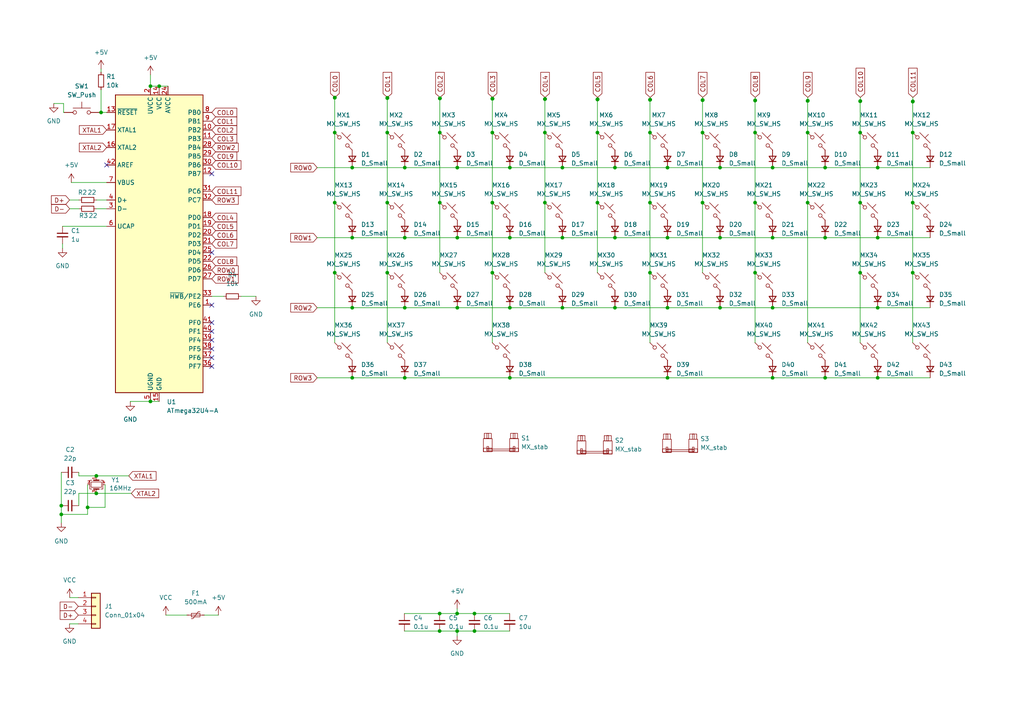
<source format=kicad_sch>
(kicad_sch (version 20230121) (generator eeschema)
  (paper "A4")
  (junction (at 264.7188 29.464))
  (junction (at 142.8496 28.6004))
  (junction (at 137.6172 177.9524))
  (junction (at 142.7988 28.6512))
  (junction (at 249.4788 79.0956))
  (junction (at 102.1588 48.6156))
  (junction (at 188.5188 28.956))
  (junction (at 117.3988 48.6156))
  (junction (at 234.2388 58.7756))
  (junction (at 193.5988 89.2556))
  (junction (at 97.0788 28.3464))
  (junction (at 43.6372 24.9936))
  (junction (at 173.2788 38.4556))
  (junction (at 127.5588 38.4556))
  (junction (at 254.5588 89.2556))
  (junction (at 117.3988 68.9356))
  (junction (at 203.7588 29.0576))
  (junction (at 239.3188 109.5756))
  (junction (at 102.1588 89.2556))
  (junction (at 43.6372 116.4336))
  (junction (at 97.0788 58.7756))
  (junction (at 132.6388 89.2556))
  (junction (at 178.3588 48.6156))
  (junction (at 112.3696 28.3972))
  (junction (at 264.7696 29.4132))
  (junction (at 224.0788 109.5756))
  (junction (at 264.7188 58.7756))
  (junction (at 203.7588 58.7756))
  (junction (at 224.0788 68.9356))
  (junction (at 102.1588 109.5756))
  (junction (at 254.5588 48.6156))
  (junction (at 97.1296 28.2956))
  (junction (at 25.4 147.1676))
  (junction (at 208.8388 89.2556))
  (junction (at 249.4788 58.7756))
  (junction (at 147.8788 109.5756))
  (junction (at 127.508 177.9524))
  (junction (at 163.1188 48.6156))
  (junction (at 193.5988 48.6156))
  (junction (at 218.9988 38.4556))
  (junction (at 249.4788 38.4556))
  (junction (at 117.3988 109.5756))
  (junction (at 208.8388 48.6156))
  (junction (at 97.0788 38.4556))
  (junction (at 117.3988 89.2556))
  (junction (at 158.0896 28.702))
  (junction (at 112.3188 79.0956))
  (junction (at 158.0388 58.7756))
  (junction (at 147.8788 89.2556))
  (junction (at 193.5988 68.9356))
  (junction (at 234.2388 38.4556))
  (junction (at 147.8788 48.6156))
  (junction (at 264.7188 38.4556))
  (junction (at 224.0788 89.2556))
  (junction (at 158.0388 38.4556))
  (junction (at 264.7188 79.0956))
  (junction (at 127.508 183.0324))
  (junction (at 188.5188 79.0956))
  (junction (at 29.3116 32.6136))
  (junction (at 224.0788 48.6156))
  (junction (at 132.6388 48.6156))
  (junction (at 249.5296 29.3116))
  (junction (at 178.3588 68.9356))
  (junction (at 163.1188 68.9356))
  (junction (at 254.5588 109.5756))
  (junction (at 46.1772 24.9936))
  (junction (at 193.5988 109.5756))
  (junction (at 234.2388 29.2608))
  (junction (at 178.3588 89.2556))
  (junction (at 219.0496 29.1084))
  (junction (at 239.3188 48.6156))
  (junction (at 17.78 146.6596))
  (junction (at 132.588 177.9524))
  (junction (at 127.5588 58.7756))
  (junction (at 97.0788 79.0956))
  (junction (at 132.6388 68.9356))
  (junction (at 112.3188 28.448))
  (junction (at 142.7988 58.7756))
  (junction (at 17.78 149.1996))
  (junction (at 158.0388 28.7528))
  (junction (at 102.1588 68.9356))
  (junction (at 112.3188 38.4556))
  (junction (at 173.3296 28.8036))
  (junction (at 188.5188 58.7756))
  (junction (at 127.5588 28.5496))
  (junction (at 27.94 138.0236))
  (junction (at 218.9988 79.0956))
  (junction (at 249.4788 29.3624))
  (junction (at 173.2788 28.8544))
  (junction (at 142.7988 79.0956))
  (junction (at 173.2788 58.7756))
  (junction (at 234.2896 29.21))
  (junction (at 188.5188 38.4556))
  (junction (at 27.94 143.1036))
  (junction (at 127.6096 28.4988))
  (junction (at 218.9988 58.7756))
  (junction (at 142.7988 38.4556))
  (junction (at 218.9988 29.1592))
  (junction (at 163.1188 89.2556))
  (junction (at 147.8788 68.9356))
  (junction (at 137.6172 183.0324))
  (junction (at 203.8096 29.0068))
  (junction (at 203.7588 38.4556))
  (junction (at 132.588 183.0324))
  (junction (at 188.5696 28.9052))
  (junction (at 254.5588 68.9356))
  (junction (at 112.3188 58.7756))
  (junction (at 239.3188 68.9356))
  (junction (at 208.8388 68.9356))
  (no_connect (at 61.4172 50.3936))
  (no_connect (at 61.4172 93.5736))
  (no_connect (at 61.4172 98.6536))
  (no_connect (at 61.4172 73.2536))
  (no_connect (at 61.4172 103.7336))
  (no_connect (at 61.4172 106.2736))
  (no_connect (at 61.4172 96.1136))
  (no_connect (at 61.4172 88.4936))
  (no_connect (at 61.4172 101.1936))
  (no_connect (at 30.9372 47.8536))
  (wire (pts (xy 188.5696 28.9052) (xy 188.5188 28.9052)))
  (wire (pts (xy 234.2388 29.21) (xy 234.2388 29.2608)))
  (wire (pts (xy 97.1296 28.2448) (xy 97.1296 28.2956)))
  (wire (pts (xy 158.0388 28.7528) (xy 158.0388 38.4556)))
  (wire (pts (xy 219.0496 29.1084) (xy 219.0496 29.1592)))
  (wire (pts (xy 249.5296 29.3624) (xy 249.4788 29.3624)))
  (wire (pts (xy 203.8096 29.0068) (xy 203.7588 29.0068)))
  (wire (pts (xy 234.2896 29.21) (xy 234.2388 29.21)))
  (wire (pts (xy 264.7188 58.7756) (xy 264.7188 79.0956)))
  (wire (pts (xy 173.2788 28.8544) (xy 173.2788 38.4556)))
  (wire (pts (xy 239.3188 68.9356) (xy 254.5588 68.9356)))
  (wire (pts (xy 46.1772 116.4336) (xy 43.6372 116.4336)))
  (wire (pts (xy 132.6388 89.2556) (xy 147.8788 89.2556)))
  (wire (pts (xy 102.1588 109.5756) (xy 117.3988 109.5756)))
  (wire (pts (xy 249.4788 29.3116) (xy 249.4788 29.3624)))
  (wire (pts (xy 203.8096 29.0576) (xy 203.7588 29.0576)))
  (wire (pts (xy 173.3296 28.2448) (xy 173.3296 28.8036)))
  (wire (pts (xy 142.8496 28.6004) (xy 142.8496 28.6512)))
  (wire (pts (xy 25.4 147.1676) (xy 25.4 149.1996)))
  (wire (pts (xy 173.2788 28.8036) (xy 173.2788 28.8544)))
  (wire (pts (xy 264.7188 29.464) (xy 264.7188 38.4556)))
  (wire (pts (xy 142.8496 28.6004) (xy 142.7988 28.6004)))
  (wire (pts (xy 97.1296 28.2956) (xy 97.1296 28.3464)))
  (wire (pts (xy 249.4788 38.4556) (xy 249.4788 58.7756)))
  (wire (pts (xy 97.1296 28.2956) (xy 97.0788 28.2956)))
  (wire (pts (xy 127.5588 38.4556) (xy 127.5588 58.7756)))
  (wire (pts (xy 158.0896 28.702) (xy 158.0388 28.702)))
  (wire (pts (xy 117.3988 109.5756) (xy 147.8788 109.5756)))
  (wire (pts (xy 147.8788 48.6156) (xy 163.1188 48.6156)))
  (wire (pts (xy 208.8388 68.9356) (xy 224.0788 68.9356)))
  (wire (pts (xy 178.3588 89.2556) (xy 193.5988 89.2556)))
  (wire (pts (xy 163.1188 89.2556) (xy 178.3588 89.2556)))
  (wire (pts (xy 27.9908 58.0136) (xy 30.9372 58.0136)))
  (wire (pts (xy 158.0896 28.702) (xy 158.0896 28.7528)))
  (wire (pts (xy 203.8096 28.2448) (xy 203.8096 29.0068)))
  (wire (pts (xy 142.8496 28.6512) (xy 142.7988 28.6512)))
  (wire (pts (xy 254.5588 89.2556) (xy 269.7988 89.2556)))
  (wire (pts (xy 127.5588 28.4988) (xy 127.5588 28.5496)))
  (wire (pts (xy 234.2896 29.2608) (xy 234.2388 29.2608)))
  (wire (pts (xy 127.5588 58.7756) (xy 127.5588 79.0956)))
  (wire (pts (xy 264.7696 28.2448) (xy 264.7696 29.4132)))
  (wire (pts (xy 25.4 149.1996) (xy 17.78 149.1996)))
  (wire (pts (xy 132.6388 68.9356) (xy 147.8788 68.9356)))
  (wire (pts (xy 43.6372 21.6916) (xy 43.6372 24.9936)))
  (wire (pts (xy 203.7588 29.0068) (xy 203.7588 29.0576)))
  (wire (pts (xy 97.0788 28.3464) (xy 97.0788 38.4556)))
  (wire (pts (xy 20.1676 58.0136) (xy 22.9108 58.0136)))
  (wire (pts (xy 218.9988 58.7756) (xy 218.9988 79.0956)))
  (wire (pts (xy 46.1772 24.9936) (xy 48.7172 24.9936)))
  (wire (pts (xy 249.4788 58.7756) (xy 249.4788 79.0956)))
  (wire (pts (xy 249.5296 28.2448) (xy 249.5296 29.3116)))
  (wire (pts (xy 91.9988 109.5756) (xy 102.1588 109.5756)))
  (wire (pts (xy 97.0788 38.4556) (xy 97.0788 58.7756)))
  (wire (pts (xy 117.2972 183.0324) (xy 127.508 183.0324)))
  (wire (pts (xy 254.5588 68.9356) (xy 269.7988 68.9356)))
  (wire (pts (xy 20.6756 52.9336) (xy 30.9372 52.9336)))
  (wire (pts (xy 91.9988 89.2556) (xy 102.1588 89.2556)))
  (wire (pts (xy 18.4404 30.0228) (xy 18.4404 32.6136)))
  (wire (pts (xy 158.0388 58.7756) (xy 158.0388 79.0956)))
  (wire (pts (xy 112.3696 28.2448) (xy 112.3696 28.3972)))
  (wire (pts (xy 28.8036 32.6136) (xy 29.3116 32.6136)))
  (wire (pts (xy 127.508 177.9524) (xy 132.588 177.9524)))
  (wire (pts (xy 112.3188 58.7756) (xy 112.3188 79.0956)))
  (wire (pts (xy 127.6096 28.5496) (xy 127.5588 28.5496)))
  (wire (pts (xy 127.6096 28.4988) (xy 127.5588 28.4988)))
  (wire (pts (xy 234.2388 58.7756) (xy 234.2388 99.4156)))
  (wire (pts (xy 127.5588 28.5496) (xy 127.5588 38.4556)))
  (wire (pts (xy 158.0896 28.7528) (xy 158.0388 28.7528)))
  (wire (pts (xy 20.2184 60.5536) (xy 22.9108 60.5536)))
  (wire (pts (xy 20.1676 180.9496) (xy 22.7076 180.9496)))
  (wire (pts (xy 147.8788 68.9356) (xy 163.1188 68.9356)))
  (wire (pts (xy 193.5988 68.9356) (xy 208.8388 68.9356)))
  (wire (pts (xy 112.3188 28.448) (xy 112.3188 38.4556)))
  (wire (pts (xy 37.338 138.0236) (xy 27.94 138.0236)))
  (wire (pts (xy 188.5696 28.9052) (xy 188.5696 28.956)))
  (wire (pts (xy 188.5696 28.2448) (xy 188.5696 28.9052)))
  (wire (pts (xy 178.3588 48.6156) (xy 193.5988 48.6156)))
  (wire (pts (xy 27.94 138.0236) (xy 22.86 138.0236)))
  (wire (pts (xy 193.5988 48.6156) (xy 208.8388 48.6156)))
  (wire (pts (xy 22.86 138.0236) (xy 22.86 137.0076)))
  (wire (pts (xy 208.8388 48.6156) (xy 224.0788 48.6156)))
  (wire (pts (xy 218.9988 29.1084) (xy 218.9988 29.1592)))
  (wire (pts (xy 18.1356 72.0344) (xy 18.1356 70.7136)))
  (wire (pts (xy 147.8788 109.5756) (xy 193.5988 109.5756)))
  (wire (pts (xy 132.588 177.9524) (xy 137.6172 177.9524)))
  (wire (pts (xy 137.6172 177.9524) (xy 147.828 177.9524)))
  (wire (pts (xy 203.7588 58.7756) (xy 203.7588 79.0956)))
  (wire (pts (xy 254.5588 109.5756) (xy 269.7988 109.5756)))
  (wire (pts (xy 64.8462 85.9536) (xy 61.4172 85.9536)))
  (wire (pts (xy 173.3296 28.8036) (xy 173.3296 28.8544)))
  (wire (pts (xy 193.5988 109.5756) (xy 224.0788 109.5756)))
  (wire (pts (xy 74.2442 85.9536) (xy 69.9262 85.9536)))
  (wire (pts (xy 249.4788 79.0956) (xy 249.4788 99.4156)))
  (wire (pts (xy 132.6388 48.6156) (xy 147.8788 48.6156)))
  (wire (pts (xy 102.1588 89.2556) (xy 117.3988 89.2556)))
  (wire (pts (xy 264.7696 29.4132) (xy 264.7696 29.464)))
  (wire (pts (xy 142.8496 28.2448) (xy 142.8496 28.6004)))
  (wire (pts (xy 224.0788 68.9356) (xy 239.3188 68.9356)))
  (wire (pts (xy 188.5696 28.956) (xy 188.5188 28.956)))
  (wire (pts (xy 97.0788 28.2956) (xy 97.0788 28.3464)))
  (wire (pts (xy 30.48 147.1676) (xy 25.4 147.1676)))
  (wire (pts (xy 142.7988 38.4556) (xy 142.7988 58.7756)))
  (wire (pts (xy 173.3296 28.8036) (xy 173.2788 28.8036)))
  (wire (pts (xy 17.78 151.638) (xy 17.78 149.1996)))
  (wire (pts (xy 219.0496 29.1592) (xy 218.9988 29.1592)))
  (wire (pts (xy 264.7188 29.4132) (xy 264.7188 29.464)))
  (wire (pts (xy 142.7988 58.7756) (xy 142.7988 79.0956)))
  (wire (pts (xy 112.3696 28.3972) (xy 112.3696 28.448)))
  (wire (pts (xy 112.3188 79.0956) (xy 112.3188 99.4156)))
  (wire (pts (xy 188.5188 58.7756) (xy 188.5188 79.0956)))
  (wire (pts (xy 178.3588 68.9356) (xy 193.5988 68.9356)))
  (wire (pts (xy 142.7988 28.6512) (xy 142.7988 38.4556)))
  (wire (pts (xy 117.3988 89.2556) (xy 132.6388 89.2556)))
  (wire (pts (xy 117.2972 177.9524) (xy 127.508 177.9524)))
  (wire (pts (xy 97.0788 79.0956) (xy 97.0788 99.4156)))
  (wire (pts (xy 188.5188 38.4556) (xy 188.5188 58.7756)))
  (wire (pts (xy 224.0788 48.6156) (xy 239.3188 48.6156)))
  (wire (pts (xy 43.6372 116.4336) (xy 37.7952 116.4336)))
  (wire (pts (xy 264.7696 29.464) (xy 264.7188 29.464)))
  (wire (pts (xy 91.9988 48.6156) (xy 102.1588 48.6156)))
  (wire (pts (xy 163.1188 48.6156) (xy 178.3588 48.6156)))
  (wire (pts (xy 27.94 143.1036) (xy 22.86 143.1036)))
  (wire (pts (xy 203.8096 29.0068) (xy 203.8096 29.0576)))
  (wire (pts (xy 142.7988 28.6004) (xy 142.7988 28.6512)))
  (wire (pts (xy 142.7988 79.0956) (xy 142.7988 99.4156)))
  (wire (pts (xy 264.7188 38.4556) (xy 264.7188 58.7756)))
  (wire (pts (xy 218.9988 29.1592) (xy 218.9988 38.4556)))
  (wire (pts (xy 218.9988 38.4556) (xy 218.9988 58.7756)))
  (wire (pts (xy 25.4 140.5636) (xy 25.4 147.1676)))
  (wire (pts (xy 173.2788 38.4556) (xy 173.2788 58.7756)))
  (wire (pts (xy 173.2788 58.7756) (xy 173.2788 79.0956)))
  (wire (pts (xy 30.48 140.5636) (xy 30.48 147.1676)))
  (wire (pts (xy 219.0496 29.1084) (xy 218.9988 29.1084)))
  (wire (pts (xy 97.0788 58.7756) (xy 97.0788 79.0956)))
  (wire (pts (xy 234.2388 29.2608) (xy 234.2388 38.4556)))
  (wire (pts (xy 17.78 137.0076) (xy 17.78 146.6596)))
  (wire (pts (xy 112.3188 38.4556) (xy 112.3188 58.7756)))
  (wire (pts (xy 219.0496 28.2448) (xy 219.0496 29.1084)))
  (wire (pts (xy 117.3988 68.9356) (xy 132.6388 68.9356)))
  (wire (pts (xy 18.4404 32.6136) (xy 18.6436 32.6136)))
  (wire (pts (xy 63.3476 178.4096) (xy 59.2836 178.4096)))
  (wire (pts (xy 173.3296 28.8544) (xy 173.2788 28.8544)))
  (wire (pts (xy 239.3188 109.5756) (xy 254.5588 109.5756)))
  (wire (pts (xy 163.1188 68.9356) (xy 178.3588 68.9356)))
  (wire (pts (xy 234.2896 29.21) (xy 234.2896 29.2608)))
  (wire (pts (xy 132.588 184.4548) (xy 132.588 183.0324)))
  (wire (pts (xy 27.9908 60.5536) (xy 30.9372 60.5536)))
  (wire (pts (xy 188.5188 28.9052) (xy 188.5188 28.956)))
  (wire (pts (xy 224.0788 109.5756) (xy 239.3188 109.5756)))
  (wire (pts (xy 137.6172 183.0324) (xy 147.828 183.0324)))
  (wire (pts (xy 37.7952 116.4336) (xy 37.7952 116.5606)))
  (wire (pts (xy 158.0388 28.702) (xy 158.0388 28.7528)))
  (wire (pts (xy 20.2184 173.3296) (xy 22.7076 173.3296)))
  (wire (pts (xy 218.9988 79.0956) (xy 218.9988 99.4156)))
  (wire (pts (xy 112.3696 28.448) (xy 112.3188 28.448)))
  (wire (pts (xy 193.5988 89.2556) (xy 208.8388 89.2556)))
  (wire (pts (xy 147.8788 89.2556) (xy 163.1188 89.2556)))
  (wire (pts (xy 158.0896 28.2448) (xy 158.0896 28.702)))
  (wire (pts (xy 112.3696 28.3972) (xy 112.3188 28.3972)))
  (wire (pts (xy 249.5296 29.3116) (xy 249.5296 29.3624)))
  (wire (pts (xy 54.2036 178.4096) (xy 48.1076 178.4096)))
  (wire (pts (xy 22.86 143.1036) (xy 22.86 146.6596)))
  (wire (pts (xy 127.6096 28.2448) (xy 127.6096 28.4988)))
  (wire (pts (xy 234.2896 28.2448) (xy 234.2896 29.21)))
  (wire (pts (xy 29.3116 26.0096) (xy 29.3116 32.6136)))
  (wire (pts (xy 203.7588 29.0576) (xy 203.7588 38.4556)))
  (wire (pts (xy 29.3116 32.6136) (xy 30.9372 32.6136)))
  (wire (pts (xy 254.5588 48.6156) (xy 269.7988 48.6156)))
  (wire (pts (xy 17.78 149.1996) (xy 17.78 146.6596)))
  (wire (pts (xy 127.508 183.0324) (xy 132.588 183.0324)))
  (wire (pts (xy 249.4788 29.3624) (xy 249.4788 38.4556)))
  (wire (pts (xy 249.5296 29.3116) (xy 249.4788 29.3116)))
  (wire (pts (xy 102.1588 68.9356) (xy 117.3988 68.9356)))
  (wire (pts (xy 29.3116 20.0152) (xy 29.3116 20.9296)))
  (wire (pts (xy 127.6096 28.4988) (xy 127.6096 28.5496)))
  (wire (pts (xy 239.3188 48.6156) (xy 254.5588 48.6156)))
  (wire (pts (xy 132.588 183.0324) (xy 137.6172 183.0324)))
  (wire (pts (xy 117.3988 48.6156) (xy 132.6388 48.6156)))
  (wire (pts (xy 43.6372 24.9936) (xy 46.1772 24.9936)))
  (wire (pts (xy 234.2388 38.4556) (xy 234.2388 58.7756)))
  (wire (pts (xy 132.588 176.53) (xy 132.588 177.9524)))
  (wire (pts (xy 18.1356 65.6336) (xy 30.9372 65.6336)))
  (wire (pts (xy 158.0388 38.4556) (xy 158.0388 58.7756)))
  (wire (pts (xy 208.8388 89.2556) (xy 224.0788 89.2556)))
  (wire (pts (xy 112.3188 28.3972) (xy 112.3188 28.448)))
  (wire (pts (xy 224.0788 89.2556) (xy 254.5588 89.2556)))
  (wire (pts (xy 97.1296 28.3464) (xy 97.0788 28.3464)))
  (wire (pts (xy 102.1588 48.6156) (xy 117.3988 48.6156)))
  (wire (pts (xy 38.1 143.1036) (xy 27.94 143.1036)))
  (wire (pts (xy 188.5188 79.0956) (xy 188.5188 99.4156)))
  (wire (pts (xy 188.5188 28.956) (xy 188.5188 38.4556)))
  (wire (pts (xy 264.7696 29.4132) (xy 264.7188 29.4132)))
  (wire (pts (xy 264.7188 79.0956) (xy 264.7188 99.4156)))
  (wire (pts (xy 15.5956 30.0228) (xy 18.4404 30.0228)))
  (wire (pts (xy 203.7588 38.4556) (xy 203.7588 58.7756)))
  (wire (pts (xy 91.9988 68.9356) (xy 102.1588 68.9356)))
  (global_label "COL3" (shape input) (at 142.8496 28.2448 90) (property "Intersheetrefs" "${INTERSHEET_REFS}" (effects hide)))
  (global_label "COL0" (shape input) (at 97.1296 28.2448 90) (property "Intersheetrefs" "${INTERSHEET_REFS}" (effects hide)))
  (global_label "ROW3" (shape input) (at 91.9988 109.5756 180) (property "Intersheetrefs" "${INTERSHEET_REFS}" (effects hide)))
  (global_label "COL11" (shape input) (at 264.7696 28.2448 90) (property "Intersheetrefs" "${INTERSHEET_REFS}" (effects hide)))
  (global_label "COL9" (shape input) (at 61.4172 45.3136 0) (property "Intersheetrefs" "${INTERSHEET_REFS}" (effects hide)))
  (global_label "XTAL2" (shape input) (at 38.1 143.1036 0) (property "Intersheetrefs" "${INTERSHEET_REFS}" (effects hide)))
  (global_label "COL8" (shape input) (at 219.0496 28.2448 90) (property "Intersheetrefs" "${INTERSHEET_REFS}" (effects hide)))
  (global_label "COL2" (shape input) (at 127.6096 28.2448 90) (property "Intersheetrefs" "${INTERSHEET_REFS}" (effects hide)))
  (global_label "D+" (shape input) (at 20.1676 58.0136 180) (property "Intersheetrefs" "${INTERSHEET_REFS}" (effects hide)))
  (global_label "COL8" (shape input) (at 61.4172 75.7936 0) (property "Intersheetrefs" "${INTERSHEET_REFS}" (effects hide)))
  (global_label "COL9" (shape input) (at 234.2896 28.2448 90) (property "Intersheetrefs" "${INTERSHEET_REFS}" (effects hide)))
  (global_label "COL7" (shape input) (at 203.8096 28.2448 90) (property "Intersheetrefs" "${INTERSHEET_REFS}" (effects hide)))
  (global_label "ROW1" (shape input) (at 61.4172 80.8736 0) (property "Intersheetrefs" "${INTERSHEET_REFS}" (effects hide)))
  (global_label "D+" (shape input) (at 22.7076 178.4096 180) (property "Intersheetrefs" "${INTERSHEET_REFS}" (effects hide)))
  (global_label "ROW2" (shape input) (at 61.4172 42.7736 0) (property "Intersheetrefs" "${INTERSHEET_REFS}" (effects hide)))
  (global_label "COL10" (shape input) (at 61.4172 47.8536 0) (property "Intersheetrefs" "${INTERSHEET_REFS}" (effects hide)))
  (global_label "COL0" (shape input) (at 61.4172 32.6136 0) (property "Intersheetrefs" "${INTERSHEET_REFS}" (effects hide)))
  (global_label "COL3" (shape input) (at 61.4172 40.2336 0) (property "Intersheetrefs" "${INTERSHEET_REFS}" (effects hide)))
  (global_label "COL5" (shape input) (at 173.3296 28.2448 90) (property "Intersheetrefs" "${INTERSHEET_REFS}" (effects hide)))
  (global_label "COL11" (shape input) (at 61.4172 55.4736 0) (property "Intersheetrefs" "${INTERSHEET_REFS}" (effects hide)))
  (global_label "COL4" (shape input) (at 158.0896 28.2448 90) (property "Intersheetrefs" "${INTERSHEET_REFS}" (effects hide)))
  (global_label "COL10" (shape input) (at 249.5296 28.2448 90) (property "Intersheetrefs" "${INTERSHEET_REFS}" (effects hide)))
  (global_label "D-" (shape input) (at 20.2184 60.5536 180) (property "Intersheetrefs" "${INTERSHEET_REFS}" (effects hide)))
  (global_label "ROW2" (shape input) (at 91.9988 89.2556 180) (property "Intersheetrefs" "${INTERSHEET_REFS}" (effects hide)))
  (global_label "COL6" (shape input) (at 61.4172 68.1736 0) (property "Intersheetrefs" "${INTERSHEET_REFS}" (effects hide)))
  (global_label "XTAL2" (shape input) (at 30.9372 42.7736 180) (property "Intersheetrefs" "${INTERSHEET_REFS}" (effects hide)))
  (global_label "ROW0" (shape input) (at 61.4172 78.3336 0) (property "Intersheetrefs" "${INTERSHEET_REFS}" (effects hide)))
  (global_label "COL4" (shape input) (at 61.4172 63.0936 0) (property "Intersheetrefs" "${INTERSHEET_REFS}" (effects hide)))
  (global_label "COL2" (shape input) (at 61.4172 37.6936 0) (property "Intersheetrefs" "${INTERSHEET_REFS}" (effects hide)))
  (global_label "COL1" (shape input) (at 112.3696 28.2448 90) (property "Intersheetrefs" "${INTERSHEET_REFS}" (effects hide)))
  (global_label "COL5" (shape input) (at 61.4172 65.6336 0) (property "Intersheetrefs" "${INTERSHEET_REFS}" (effects hide)))
  (global_label "XTAL1" (shape input) (at 37.338 138.0236 0) (property "Intersheetrefs" "${INTERSHEET_REFS}" (effects hide)))
  (global_label "XTAL1" (shape input) (at 30.9372 37.6936 180) (property "Intersheetrefs" "${INTERSHEET_REFS}" (effects hide)))
  (global_label "ROW1" (shape input) (at 91.9988 68.9356 180) (property "Intersheetrefs" "${INTERSHEET_REFS}" (effects hide)))
  (global_label "D-" (shape input) (at 22.7076 175.8696 180) (property "Intersheetrefs" "${INTERSHEET_REFS}" (effects hide)))
  (global_label "COL6" (shape input) (at 188.5696 28.2448 90) (property "Intersheetrefs" "${INTERSHEET_REFS}" (effects hide)))
  (global_label "ROW0" (shape input) (at 91.9988 48.6156 180) (property "Intersheetrefs" "${INTERSHEET_REFS}" (effects hide)))
  (global_label "ROW3" (shape input) (at 61.4172 58.0136 0) (property "Intersheetrefs" "${INTERSHEET_REFS}" (effects hide)))
  (global_label "COL7" (shape input) (at 61.4172 70.7136 0) (property "Intersheetrefs" "${INTERSHEET_REFS}" (effects hide)))
  (global_label "COL1" (shape input) (at 61.4172 35.1536 0) (property "Intersheetrefs" "${INTERSHEET_REFS}" (effects hide)))
  (symbol (lib_id "Device:D_Small") (at 208.8388 86.7156 90) (unit 1)
    (property "Reference" "D32" (at 211.3788 85.4456 90) (effects (justify right)))
    (property "Value" "D_Small" (at 211.3788 87.9856 90) (effects (justify right)))
    (property "Footprint" "Diode_SMD:D_SOD-123" (effects hide))
    (property "Sim.Device" "D" (effects hide))
    (property "Sim.Pins" "1=K 2=A" (effects hide))
  )
  (symbol (lib_id "PCM_marbastlib-mx:MX_SW_HS") (at 267.2588 101.9556 0) (unit 1)
    (property "Reference" "MX43" (at 267.2588 94.3356 0))
    (property "Value" "MX_SW_HS" (at 267.2588 96.8756 0))
    (property "Footprint" "PCM_marbastlib-mx:SW_MX_HS_1u" (effects hide))
  )
  (symbol (lib_id "power:GND") (at 18.1356 72.0344 0) (unit 1)
    (property "Reference" "#PWR05" (effects hide))
    (property "Value" "GND" (at 18.1356 77.1144 0))
  )
  (symbol (lib_id "Device:C_Small") (at 20.32 146.6596 90) (unit 1)
    (property "Reference" "C3" (at 20.3263 140.0556 90))
    (property "Value" "22p" (at 20.3263 142.5956 90))
    (property "Footprint" "Capacitor_SMD:C_0805_2012Metric" (effects hide))
  )
  (symbol (lib_id "Device:D_Small") (at 193.5988 86.7156 90) (unit 1)
    (property "Reference" "D31" (at 196.1388 85.4456 90) (effects (justify right)))
    (property "Value" "D_Small" (at 196.1388 87.9856 90) (effects (justify right)))
    (property "Footprint" "Diode_SMD:D_SOD-123" (effects hide))
    (property "Sim.Device" "D" (effects hide))
    (property "Sim.Pins" "1=K 2=A" (effects hide))
  )
  (symbol (lib_id "PCM_marbastlib-mx:MX_stab") (at 172.466 129.1336 0) (unit 1)
    (property "Reference" "S2" (at 178.308 127.7366 0) (effects (justify left)))
    (property "Value" "MX_stab" (at 178.308 130.2766 0) (effects (justify left)))
    (property "Footprint" "PCM_marbastlib-mx:STAB_MX_P_2.75u" (effects hide))
  )
  (symbol (lib_id "PCM_marbastlib-mx:MX_SW_HS") (at 114.8588 81.6356 0) (unit 1)
    (property "Reference" "MX26" (at 114.8588 74.0156 0))
    (property "Value" "MX_SW_HS" (at 114.8588 76.5556 0))
    (property "Footprint" "PCM_marbastlib-mx:SW_MX_HS_1u" (effects hide))
  )
  (symbol (lib_id "Device:D_Small") (at 239.3188 107.0356 90) (unit 1)
    (property "Reference" "D41" (at 241.8588 105.7656 90) (effects (justify right)))
    (property "Value" "D_Small" (at 241.8588 108.3056 90) (effects (justify right)))
    (property "Footprint" "Diode_SMD:D_SOD-123" (effects hide))
    (property "Sim.Device" "D" (effects hide))
    (property "Sim.Pins" "1=K 2=A" (effects hide))
  )
  (symbol (lib_id "PCM_marbastlib-mx:MX_SW_HS") (at 145.3388 81.6356 0) (unit 1)
    (property "Reference" "MX28" (at 145.3388 74.0156 0))
    (property "Value" "MX_SW_HS" (at 145.3388 76.5556 0))
    (property "Footprint" "PCM_marbastlib-mx:SW_MX_HS_1u" (effects hide))
  )
  (symbol (lib_id "PCM_marbastlib-mx:MX_SW_HS") (at 206.2988 40.9956 0) (unit 1)
    (property "Reference" "MX8" (at 206.2988 33.3756 0))
    (property "Value" "MX_SW_HS" (at 206.2988 35.9156 0))
    (property "Footprint" "PCM_marbastlib-mx:SW_MX_HS_1u" (effects hide))
  )
  (symbol (lib_id "PCM_marbastlib-mx:MX_SW_HS") (at 99.6188 61.3156 0) (unit 1)
    (property "Reference" "MX13" (at 99.6188 53.6956 0))
    (property "Value" "MX_SW_HS" (at 99.6188 56.2356 0))
    (property "Footprint" "PCM_marbastlib-mx:SW_MX_HS_1.25u" (effects hide))
  )
  (symbol (lib_id "Device:C_Small") (at 117.2972 180.4924 0) (unit 1)
    (property "Reference" "C4" (at 119.888 179.2287 0) (effects (justify left)))
    (property "Value" "0.1u" (at 119.888 181.7687 0) (effects (justify left)))
    (property "Footprint" "Capacitor_SMD:C_0805_2012Metric" (effects hide))
  )
  (symbol (lib_id "Device:D_Small") (at 102.1588 86.7156 90) (unit 1)
    (property "Reference" "D25" (at 104.6988 85.4456 90) (effects (justify right)))
    (property "Value" "D_Small" (at 104.6988 87.9856 90) (effects (justify right)))
    (property "Footprint" "Diode_SMD:D_SOD-123" (effects hide))
    (property "Sim.Device" "D" (effects hide))
    (property "Sim.Pins" "1=K 2=A" (effects hide))
  )
  (symbol (lib_id "power:GND") (at 17.78 151.638 0) (unit 1)
    (property "Reference" "#PWR08" (effects hide))
    (property "Value" "GND" (at 17.78 156.972 0))
  )
  (symbol (lib_id "Device:Polyfuse_Small") (at 56.7436 178.4096 90) (unit 1)
    (property "Reference" "F1" (at 56.7436 172.0596 90))
    (property "Value" "500mA" (at 56.7436 174.5996 90))
    (property "Footprint" "Fuse:Fuse_1206_3216Metric" (effects hide))
  )
  (symbol (lib_id "PCM_marbastlib-mx:MX_SW_HS") (at 221.5388 40.9956 0) (unit 1)
    (property "Reference" "MX9" (at 221.5388 33.3756 0))
    (property "Value" "MX_SW_HS" (at 221.5388 35.9156 0))
    (property "Footprint" "PCM_marbastlib-mx:SW_MX_HS_1u" (effects hide))
  )
  (symbol (lib_id "PCM_marbastlib-mx:MX_SW_HS") (at 145.3388 40.9956 0) (unit 1)
    (property "Reference" "MX4" (at 145.3388 33.3756 0))
    (property "Value" "MX_SW_HS" (at 145.3388 35.9156 0))
    (property "Footprint" "PCM_marbastlib-mx:SW_MX_HS_1u" (effects hide))
  )
  (symbol (lib_id "PCM_marbastlib-mx:MX_SW_HS") (at 206.2988 61.3156 0) (unit 1)
    (property "Reference" "MX20" (at 206.2988 53.6956 0))
    (property "Value" "MX_SW_HS" (at 206.2988 56.2356 0))
    (property "Footprint" "PCM_marbastlib-mx:SW_MX_HS_1u" (effects hide))
  )
  (symbol (lib_id "MCU_Microchip_ATmega:ATmega32U4-A") (at 46.1772 70.7136 0) (unit 1)
    (property "Reference" "U1" (at 48.3713 116.5606 0) (effects (justify left)))
    (property "Value" "ATmega32U4-A" (at 48.3713 119.1006 0) (effects (justify left)))
    (property "Footprint" "Package_QFP:TQFP-44_10x10mm_P0.8mm" (effects hide))
    (property "Datasheet" "http://ww1.microchip.com/downloads/en/DeviceDoc/Atmel-7766-8-bit-AVR-ATmega16U4-32U4_Datasheet.pdf" (effects hide))
  )
  (symbol (lib_id "Device:R_Small") (at 25.4508 58.0136 90) (unit 1)
    (property "Reference" "R2" (at 23.9268 55.8038 90))
    (property "Value" "22" (at 26.67 55.8038 90))
    (property "Footprint" "Resistor_SMD:R_0805_2012Metric" (effects hide))
  )
  (symbol (lib_id "PCM_marbastlib-mx:MX_SW_HS") (at 145.3388 101.9556 0) (unit 1)
    (property "Reference" "MX38" (at 145.3388 94.3356 0))
    (property "Value" "MX_SW_HS" (at 145.3388 96.8756 0))
    (property "Footprint" "PCM_marbastlib-mx:SW_MX_HS_1u" (effects hide))
  )
  (symbol (lib_id "power:GND") (at 132.588 184.4548 0) (unit 1)
    (property "Reference" "#PWR014" (effects hide))
    (property "Value" "GND" (at 132.588 189.5348 0))
  )
  (symbol (lib_id "PCM_marbastlib-mx:MX_SW_HS") (at 206.2988 81.6356 0) (unit 1)
    (property "Reference" "MX32" (at 206.2988 74.0156 0))
    (property "Value" "MX_SW_HS" (at 206.2988 76.5556 0))
    (property "Footprint" "PCM_marbastlib-mx:SW_MX_HS_1u" (effects hide))
  )
  (symbol (lib_id "Device:D_Small") (at 178.3588 46.0756 90) (unit 1)
    (property "Reference" "D6" (at 180.8988 44.8056 90) (effects (justify right)))
    (property "Value" "D_Small" (at 180.8988 47.3456 90) (effects (justify right)))
    (property "Footprint" "Diode_SMD:D_SOD-123" (effects hide))
    (property "Sim.Device" "D" (effects hide))
    (property "Sim.Pins" "1=K 2=A" (effects hide))
  )
  (symbol (lib_id "power:+5V") (at 20.6756 52.9336 0) (unit 1)
    (property "Reference" "#PWR04" (effects hide))
    (property "Value" "+5V" (at 20.6756 47.8536 0))
  )
  (symbol (lib_id "Device:C_Small") (at 147.828 180.4924 0) (unit 1)
    (property "Reference" "C7" (at 150.4188 179.2287 0) (effects (justify left)))
    (property "Value" "10u" (at 150.4188 181.7687 0) (effects (justify left)))
    (property "Footprint" "Capacitor_SMD:C_0805_2012Metric" (effects hide))
  )
  (symbol (lib_id "PCM_marbastlib-mx:MX_SW_HS") (at 114.8588 101.9556 0) (unit 1)
    (property "Reference" "MX37" (at 114.8588 94.3356 0))
    (property "Value" "MX_SW_HS" (at 114.8588 96.8756 0))
    (property "Footprint" "PCM_marbastlib-mx:SW_MX_HS_1.25u" (effects hide))
  )
  (symbol (lib_id "Device:R_Small") (at 29.3116 23.4696 0) (unit 1)
    (property "Reference" "R1" (at 30.8356 22.1996 0) (effects (justify left)))
    (property "Value" "10k" (at 30.8356 24.7396 0) (effects (justify left)))
    (property "Footprint" "Resistor_SMD:R_0805_2012Metric" (effects hide))
  )
  (symbol (lib_id "PCM_marbastlib-mx:MX_SW_HS") (at 252.0188 81.6356 0) (unit 1)
    (property "Reference" "MX34" (at 252.0188 74.0156 0))
    (property "Value" "MX_SW_HS" (at 252.0188 76.5556 0))
    (property "Footprint" "PCM_marbastlib-mx:SW_MX_HS_1u" (effects hide))
  )
  (symbol (lib_id "PCM_marbastlib-mx:MX_SW_HS") (at 221.5388 61.3156 0) (unit 1)
    (property "Reference" "MX21" (at 221.5388 53.6956 0))
    (property "Value" "MX_SW_HS" (at 221.5388 56.2356 0))
    (property "Footprint" "PCM_marbastlib-mx:SW_MX_HS_1u" (effects hide))
  )
  (symbol (lib_id "Switch:SW_Push") (at 23.7236 32.6136 0) (mirror y) (unit 1)
    (property "Reference" "SW1" (at 23.7236 24.9936 0))
    (property "Value" "SW_Push" (at 23.7236 27.5336 0))
    (property "Footprint" "Button_Switch_SMD:SW_SPST_TL3342" (effects hide))
  )
  (symbol (lib_id "Device:D_Small") (at 254.5588 86.7156 90) (unit 1)
    (property "Reference" "D34" (at 257.0988 85.4456 90) (effects (justify right)))
    (property "Value" "D_Small" (at 257.0988 87.9856 90) (effects (justify right)))
    (property "Footprint" "Diode_SMD:D_SOD-123" (effects hide))
    (property "Sim.Device" "D" (effects hide))
    (property "Sim.Pins" "1=K 2=A" (effects hide))
  )
  (symbol (lib_id "Device:D_Small") (at 239.3188 66.3956 90) (unit 1)
    (property "Reference" "D22" (at 241.8588 65.1256 90) (effects (justify right)))
    (property "Value" "D_Small" (at 241.8588 67.6656 90) (effects (justify right)))
    (property "Footprint" "Diode_SMD:D_SOD-123" (effects hide))
    (property "Sim.Device" "D" (effects hide))
    (property "Sim.Pins" "1=K 2=A" (effects hide))
  )
  (symbol (lib_id "PCM_marbastlib-mx:MX_stab") (at 197.2564 128.6764 0) (unit 1)
    (property "Reference" "S3" (at 203.0984 127.2794 0) (effects (justify left)))
    (property "Value" "MX_stab" (at 203.0984 129.8194 0) (effects (justify left)))
    (property "Footprint" "PCM_marbastlib-mx:STAB_MX_P_ISO-ROT" (effects hide))
  )
  (symbol (lib_id "Device:D_Small") (at 163.1188 66.3956 90) (unit 1)
    (property "Reference" "D17" (at 165.6588 65.1256 90) (effects (justify right)))
    (property "Value" "D_Small" (at 165.6588 67.6656 90) (effects (justify right)))
    (property "Footprint" "Diode_SMD:D_SOD-123" (effects hide))
    (property "Sim.Device" "D" (effects hide))
    (property "Sim.Pins" "1=K 2=A" (effects hide))
  )
  (symbol (lib_id "Device:D_Small") (at 132.6388 46.0756 90) (unit 1)
    (property "Reference" "D3" (at 135.1788 44.8056 90) (effects (justify right)))
    (property "Value" "D_Small" (at 135.1788 47.3456 90) (effects (justify right)))
    (property "Footprint" "Diode_SMD:D_SOD-123" (effects hide))
    (property "Sim.Device" "D" (effects hide))
    (property "Sim.Pins" "1=K 2=A" (effects hide))
  )
  (symbol (lib_id "Device:D_Small") (at 269.7988 107.0356 90) (unit 1)
    (property "Reference" "D43" (at 272.3388 105.7656 90) (effects (justify right)))
    (property "Value" "D_Small" (at 272.3388 108.3056 90) (effects (justify right)))
    (property "Footprint" "Diode_SMD:D_SOD-123" (effects hide))
    (property "Sim.Device" "D" (effects hide))
    (property "Sim.Pins" "1=K 2=A" (effects hide))
  )
  (symbol (lib_id "PCM_marbastlib-mx:MX_SW_HS") (at 130.0988 81.6356 0) (unit 1)
    (property "Reference" "MX27" (at 130.0988 74.0156 0))
    (property "Value" "MX_SW_HS" (at 130.0988 76.5556 0))
    (property "Footprint" "PCM_marbastlib-mx:SW_MX_HS_1u" (effects hide))
  )
  (symbol (lib_id "Connector_Generic:Conn_01x04") (at 27.7876 175.8696 0) (unit 1)
    (property "Reference" "J1" (at 30.3276 175.8696 0) (effects (justify left)))
    (property "Value" "Conn_01x04" (at 30.3276 178.4096 0) (effects (justify left)))
    (property "Footprint" "Connector_JST:JST_SH_SM04B-SRSS-TB_1x04-1MP_P1.00mm_Horizontal" (effects hide))
  )
  (symbol (lib_id "Device:D_Small") (at 254.5588 107.0356 90) (unit 1)
    (property "Reference" "D42" (at 257.0988 105.7656 90) (effects (justify right)))
    (property "Value" "D_Small" (at 257.0988 108.3056 90) (effects (justify right)))
    (property "Footprint" "Diode_SMD:D_SOD-123" (effects hide))
    (property "Sim.Device" "D" (effects hide))
    (property "Sim.Pins" "1=K 2=A" (effects hide))
  )
  (symbol (lib_id "Device:D_Small") (at 224.0788 86.7156 90) (unit 1)
    (property "Reference" "D33" (at 226.6188 85.4456 90) (effects (justify right)))
    (property "Value" "D_Small" (at 226.6188 87.9856 90) (effects (justify right)))
    (property "Footprint" "Diode_SMD:D_SOD-123" (effects hide))
    (property "Sim.Device" "D" (effects hide))
    (property "Sim.Pins" "1=K 2=A" (effects hide))
  )
  (symbol (lib_id "Device:D_Small") (at 178.3588 86.7156 90) (unit 1)
    (property "Reference" "D30" (at 180.8988 85.4456 90) (effects (justify right)))
    (property "Value" "D_Small" (at 180.8988 87.9856 90) (effects (justify right)))
    (property "Footprint" "Diode_SMD:D_SOD-123" (effects hide))
    (property "Sim.Device" "D" (effects hide))
    (property "Sim.Pins" "1=K 2=A" (effects hide))
  )
  (symbol (lib_id "PCM_marbastlib-mx:MX_SW_HS") (at 99.6188 81.6356 0) (unit 1)
    (property "Reference" "MX25" (at 99.6188 74.0156 0))
    (property "Value" "MX_SW_HS" (at 99.6188 76.5556 0))
    (property "Footprint" "PCM_marbastlib-mx:SW_MX_HS_1.5u" (effects hide))
  )
  (symbol (lib_id "PCM_marbastlib-mx:MX_SW_HS") (at 191.0588 61.3156 0) (unit 1)
    (property "Reference" "MX19" (at 191.0588 53.6956 0))
    (property "Value" "MX_SW_HS" (at 191.0588 56.2356 0))
    (property "Footprint" "PCM_marbastlib-mx:SW_MX_HS_1u" (effects hide))
  )
  (symbol (lib_id "Device:C_Small") (at 20.32 137.0076 90) (unit 1)
    (property "Reference" "C2" (at 20.3263 130.4036 90))
    (property "Value" "22p" (at 20.3263 132.9436 90))
    (property "Footprint" "Capacitor_SMD:C_0805_2012Metric" (effects hide))
  )
  (symbol (lib_id "Device:D_Small") (at 117.3988 66.3956 90) (unit 1)
    (property "Reference" "D14" (at 119.9388 65.1256 90) (effects (justify right)))
    (property "Value" "D_Small" (at 119.9388 67.6656 90) (effects (justify right)))
    (property "Footprint" "Diode_SMD:D_SOD-123" (effects hide))
    (property "Sim.Device" "D" (effects hide))
    (property "Sim.Pins" "1=K 2=A" (effects hide))
  )
  (symbol (lib_id "PCM_marbastlib-mx:MX_SW_HS") (at 114.8588 40.9956 0) (unit 1)
    (property "Reference" "MX2" (at 114.8588 33.3756 0))
    (property "Value" "MX_SW_HS" (at 114.8588 35.9156 0))
    (property "Footprint" "PCM_marbastlib-mx:SW_MX_HS_1u" (effects hide))
  )
  (symbol (lib_id "PCM_marbastlib-mx:MX_SW_HS") (at 267.2588 61.3156 0) (unit 1)
    (property "Reference" "MX24" (at 267.2588 53.6956 0))
    (property "Value" "MX_SW_HS" (at 267.2588 56.2356 0))
    (property "Footprint" "PCM_marbastlib-mx:SW_MX_HS_1u" (effects hide))
  )
  (symbol (lib_id "Device:D_Small") (at 208.8388 66.3956 90) (unit 1)
    (property "Reference" "D20" (at 211.3788 65.1256 90) (effects (justify right)))
    (property "Value" "D_Small" (at 211.3788 67.6656 90) (effects (justify right)))
    (property "Footprint" "Diode_SMD:D_SOD-123" (effects hide))
    (property "Sim.Device" "D" (effects hide))
    (property "Sim.Pins" "1=K 2=A" (effects hide))
  )
  (symbol (lib_id "Device:D_Small") (at 269.7988 66.3956 90) (unit 1)
    (property "Reference" "D24" (at 272.3388 65.1256 90) (effects (justify right)))
    (property "Value" "D_Small" (at 272.3388 67.6656 90) (effects (justify right)))
    (property "Footprint" "Diode_SMD:D_SOD-123" (effects hide))
    (property "Sim.Device" "D" (effects hide))
    (property "Sim.Pins" "1=K 2=A" (effects hide))
  )
  (symbol (lib_id "PCM_marbastlib-mx:MX_SW_HS") (at 99.6188 101.9556 0) (unit 1)
    (property "Reference" "MX36" (at 99.6188 94.3356 0))
    (property "Value" "MX_SW_HS" (at 99.6188 96.8756 0))
    (property "Footprint" "PCM_marbastlib-mx:SW_MX_HS_1u" (effects hide))
  )
  (symbol (lib_id "PCM_marbastlib-mx:MX_SW_HS") (at 160.5788 81.6356 0) (unit 1)
    (property "Reference" "MX29" (at 160.5788 74.0156 0))
    (property "Value" "MX_SW_HS" (at 160.5788 76.5556 0))
    (property "Footprint" "PCM_marbastlib-mx:SW_MX_HS_1u" (effects hide))
  )
  (symbol (lib_id "PCM_marbastlib-mx:MX_SW_HS") (at 267.2588 40.9956 0) (unit 1)
    (property "Reference" "MX12" (at 267.2588 33.3756 0))
    (property "Value" "MX_SW_HS" (at 267.2588 35.9156 0))
    (property "Footprint" "PCM_marbastlib-mx:SW_MX_HS_1u" (effects hide))
  )
  (symbol (lib_id "Device:C_Small") (at 137.6172 180.4924 0) (unit 1)
    (property "Reference" "C6" (at 140.208 179.2287 0) (effects (justify left)))
    (property "Value" "0.1u" (at 140.208 181.7687 0) (effects (justify left)))
    (property "Footprint" "Capacitor_SMD:C_0805_2012Metric" (effects hide))
  )
  (symbol (lib_id "PCM_marbastlib-mx:MX_SW_HS") (at 191.0588 101.9556 0) (unit 1)
    (property "Reference" "MX39" (at 191.0588 94.3356 0))
    (property "Value" "MX_SW_HS" (at 191.0588 96.8756 0))
    (property "Footprint" "PCM_marbastlib-mx:SW_MX_HS_1u" (effects hide))
  )
  (symbol (lib_id "Device:D_Small") (at 178.3588 66.3956 90) (unit 1)
    (property "Reference" "D18" (at 180.8988 65.1256 90) (effects (justify right)))
    (property "Value" "D_Small" (at 180.8988 67.6656 90) (effects (justify right)))
    (property "Footprint" "Diode_SMD:D_SOD-123" (effects hide))
    (property "Sim.Device" "D" (effects hide))
    (property "Sim.Pins" "1=K 2=A" (effects hide))
  )
  (symbol (lib_id "PCM_marbastlib-mx:MX_SW_HS") (at 252.0188 61.3156 0) (unit 1)
    (property "Reference" "MX23" (at 252.0188 53.6956 0))
    (property "Value" "MX_SW_HS" (at 252.0188 56.2356 0))
    (property "Footprint" "PCM_marbastlib-mx:SW_MX_HS_1u" (effects hide))
  )
  (symbol (lib_id "PCM_marbastlib-mx:MX_SW_HS") (at 145.3388 61.3156 0) (unit 1)
    (property "Reference" "MX16" (at 145.3388 53.6956 0))
    (property "Value" "MX_SW_HS" (at 145.3388 56.2356 0))
    (property "Footprint" "PCM_marbastlib-mx:SW_MX_HS_1u" (effects hide))
  )
  (symbol (lib_id "PCM_marbastlib-mx:MX_SW_HS") (at 99.6188 40.9956 0) (unit 1)
    (property "Reference" "MX1" (at 99.6188 33.3756 0))
    (property "Value" "MX_SW_HS" (at 99.6188 35.9156 0))
    (property "Footprint" "PCM_marbastlib-mx:SW_MX_HS_1u" (effects hide))
  )
  (symbol (lib_id "Device:C_Small") (at 127.508 180.4924 0) (unit 1)
    (property "Reference" "C5" (at 130.0988 179.2287 0) (effects (justify left)))
    (property "Value" "0.1u" (at 130.0988 181.7687 0) (effects (justify left)))
    (property "Footprint" "Capacitor_SMD:C_0805_2012Metric" (effects hide))
  )
  (symbol (lib_id "Device:D_Small") (at 254.5588 46.0756 90) (unit 1)
    (property "Reference" "D11" (at 257.0988 44.8056 90) (effects (justify right)))
    (property "Value" "D_Small" (at 257.0988 47.3456 90) (effects (justify right)))
    (property "Footprint" "Diode_SMD:D_SOD-123" (effects hide))
    (property "Sim.Device" "D" (effects hide))
    (property "Sim.Pins" "1=K 2=A" (effects hide))
  )
  (symbol (lib_id "power:+5V") (at 43.6372 21.6916 0) (unit 1)
    (property "Reference" "#PWR02" (effects hide))
    (property "Value" "+5V" (at 43.6372 16.7386 0))
  )
  (symbol (lib_id "PCM_marbastlib-mx:MX_SW_HS") (at 175.8188 61.3156 0) (unit 1)
    (property "Reference" "MX18" (at 175.8188 53.6956 0))
    (property "Value" "MX_SW_HS" (at 175.8188 56.2356 0))
    (property "Footprint" "PCM_marbastlib-mx:SW_MX_HS_1u" (effects hide))
  )
  (symbol (lib_id "Device:D_Small") (at 224.0788 66.3956 90) (unit 1)
    (property "Reference" "D21" (at 226.6188 65.1256 90) (effects (justify right)))
    (property "Value" "D_Small" (at 226.6188 67.6656 90) (effects (justify right)))
    (property "Footprint" "Diode_SMD:D_SOD-123" (effects hide))
    (property "Sim.Device" "D" (effects hide))
    (property "Sim.Pins" "1=K 2=A" (effects hide))
  )
  (symbol (lib_id "power:+5V") (at 63.3476 178.4096 0) (unit 1)
    (property "Reference" "#PWR012" (effects hide))
    (property "Value" "+5V" (at 63.3476 173.3296 0))
  )
  (symbol (lib_id "Device:R_Small") (at 25.4508 60.5536 90) (unit 1)
    (property "Reference" "R3" (at 24.2316 62.5348 90))
    (property "Value" "22" (at 26.9748 62.5348 90))
    (property "Footprint" "Resistor_SMD:R_0805_2012Metric" (effects hide))
  )
  (symbol (lib_id "power:GND") (at 20.1676 180.9496 0) (unit 1)
    (property "Reference" "#PWR013" (effects hide))
    (property "Value" "GND" (at 20.1676 186.0296 0))
  )
  (symbol (lib_id "PCM_marbastlib-mx:MX_SW_HS") (at 175.8188 40.9956 0) (unit 1)
    (property "Reference" "MX6" (at 175.8188 33.3756 0))
    (property "Value" "MX_SW_HS" (at 175.8188 35.9156 0))
    (property "Footprint" "PCM_marbastlib-mx:SW_MX_HS_1u" (effects hide))
  )
  (symbol (lib_id "PCM_marbastlib-mx:MX_SW_HS") (at 267.2588 81.6356 0) (unit 1)
    (property "Reference" "MX35" (at 267.2588 74.0156 0))
    (property "Value" "MX_SW_HS" (at 267.2588 76.5556 0))
    (property "Footprint" "PCM_marbastlib-mx:SW_MX_HS_1u" (effects hide))
  )
  (symbol (lib_id "Device:D_Small") (at 224.0788 46.0756 90) (unit 1)
    (property "Reference" "D9" (at 226.6188 44.8056 90) (effects (justify right)))
    (property "Value" "D_Small" (at 226.6188 47.3456 90) (effects (justify right)))
    (property "Footprint" "Diode_SMD:D_SOD-123" (effects hide))
    (property "Sim.Device" "D" (effects hide))
    (property "Sim.Pins" "1=K 2=A" (effects hide))
  )
  (symbol (lib_id "PCM_marbastlib-mx:MX_SW_HS") (at 191.0588 81.6356 0) (unit 1)
    (property "Reference" "MX31" (at 191.0588 74.0156 0))
    (property "Value" "MX_SW_HS" (at 191.0588 76.5556 0))
    (property "Footprint" "PCM_marbastlib-mx:SW_MX_HS_1u" (effects hide))
  )
  (symbol (lib_id "PCM_marbastlib-mx:MX_SW_HS") (at 114.8588 61.3156 0) (unit 1)
    (property "Reference" "MX14" (at 114.8588 53.6956 0))
    (property "Value" "MX_SW_HS" (at 114.8588 56.2356 0))
    (property "Footprint" "PCM_marbastlib-mx:SW_MX_HS_1u" (effects hide))
  )
  (symbol (lib_id "Device:D_Small") (at 224.0788 107.0356 90) (unit 1)
    (property "Reference" "D40" (at 226.6188 105.7656 90) (effects (justify right)))
    (property "Value" "D_Small" (at 226.6188 108.3056 90) (effects (justify right)))
    (property "Footprint" "Diode_SMD:D_SOD-123" (effects hide))
    (property "Sim.Device" "D" (effects hide))
    (property "Sim.Pins" "1=K 2=A" (effects hide))
  )
  (symbol (lib_id "Device:D_Small") (at 117.3988 86.7156 90) (unit 1)
    (property "Reference" "D26" (at 119.9388 85.4456 90) (effects (justify right)))
    (property "Value" "D_Small" (at 119.9388 87.9856 90) (effects (justify right)))
    (property "Footprint" "Diode_SMD:D_SOD-123" (effects hide))
    (property "Sim.Device" "D" (effects hide))
    (property "Sim.Pins" "1=K 2=A" (effects hide))
  )
  (symbol (lib_id "PCM_marbastlib-mx:MX_SW_HS") (at 130.0988 40.9956 0) (unit 1)
    (property "Reference" "MX3" (at 130.0988 33.3756 0))
    (property "Value" "MX_SW_HS" (at 130.0988 35.9156 0))
    (property "Footprint" "PCM_marbastlib-mx:SW_MX_HS_1u" (effects hide))
  )
  (symbol (lib_id "Device:D_Small") (at 269.7988 46.0756 90) (unit 1)
    (property "Reference" "D12" (at 272.3388 44.8056 90) (effects (justify right)))
    (property "Value" "D_Small" (at 272.3388 47.3456 90) (effects (justify right)))
    (property "Footprint" "Diode_SMD:D_SOD-123" (effects hide))
    (property "Sim.Device" "D" (effects hide))
    (property "Sim.Pins" "1=K 2=A" (effects hide))
  )
  (symbol (lib_id "Device:D_Small") (at 147.8788 66.3956 90) (unit 1)
    (property "Reference" "D16" (at 150.4188 65.1256 90) (effects (justify right)))
    (property "Value" "D_Small" (at 150.4188 67.6656 90) (effects (justify right)))
    (property "Footprint" "Diode_SMD:D_SOD-123" (effects hide))
    (property "Sim.Device" "D" (effects hide))
    (property "Sim.Pins" "1=K 2=A" (effects hide))
  )
  (symbol (lib_id "Device:Crystal_GND24_Small") (at 27.94 140.5636 270) (unit 1)
    (property "Reference" "Y1" (at 33.528 139.192 90))
    (property "Value" "16MHz" (at 34.8996 141.5796 90))
    (property "Footprint" "Crystal:Crystal_SMD_3225-4Pin_3.2x2.5mm" (effects hide))
  )
  (symbol (lib_id "PCM_marbastlib-mx:MX_SW_HS") (at 236.7788 40.9956 0) (unit 1)
    (property "Reference" "MX10" (at 236.7788 33.3756 0))
    (property "Value" "MX_SW_HS" (at 236.7788 35.9156 0))
    (property "Footprint" "PCM_marbastlib-mx:SW_MX_HS_1.75u" (effects hide))
  )
  (symbol (lib_id "PCM_marbastlib-mx:MX_SW_HS") (at 175.8188 81.6356 0) (unit 1)
    (property "Reference" "MX30" (at 175.8188 74.0156 0))
    (property "Value" "MX_SW_HS" (at 175.8188 76.5556 0))
    (property "Footprint" "PCM_marbastlib-mx:SW_MX_HS_1u" (effects hide))
  )
  (symbol (lib_id "PCM_marbastlib-mx:MX_SW_HS") (at 221.5388 81.6356 0) (unit 1)
    (property "Reference" "MX33" (at 221.5388 74.0156 0))
    (property "Value" "MX_SW_HS" (at 221.5388 76.5556 0))
    (property "Footprint" "PCM_marbastlib-mx:SW_MX_HS_1u" (effects hide))
  )
  (symbol (lib_id "Device:R_Small") (at 67.3862 85.9536 90) (unit 1)
    (property "Reference" "R4" (at 67.3862 79.7306 90))
    (property "Value" "10k" (at 67.3862 82.2706 90))
    (property "Footprint" "Resistor_SMD:R_0805_2012Metric" (effects hide))
  )
  (symbol (lib_id "Device:C_Small") (at 18.1356 68.1736 0) (unit 1)
    (property "Reference" "C1" (at 20.574 66.9099 0) (effects (justify left)))
    (property "Value" "1u" (at 20.574 69.4499 0) (effects (justify left)))
    (property "Footprint" "Capacitor_SMD:C_0805_2012Metric" (effects hide))
  )
  (symbol (lib_id "Device:D_Small") (at 147.8788 86.7156 90) (unit 1)
    (property "Reference" "D28" (at 150.4188 85.4456 90) (effects (justify right)))
    (property "Value" "D_Small" (at 150.4188 87.9856 90) (effects (justify right)))
    (property "Footprint" "Diode_SMD:D_SOD-123" (effects hide))
    (property "Sim.Device" "D" (effects hide))
    (property "Sim.Pins" "1=K 2=A" (effects hide))
  )
  (symbol (lib_id "Device:D_Small") (at 239.3188 46.0756 90) (unit 1)
    (property "Reference" "D10" (at 241.8588 44.8056 90) (effects (justify right)))
    (property "Value" "D_Small" (at 241.8588 47.3456 90) (effects (justify right)))
    (property "Footprint" "Diode_SMD:D_SOD-123" (effects hide))
    (property "Sim.Device" "D" (effects hide))
    (property "Sim.Pins" "1=K 2=A" (effects hide))
  )
  (symbol (lib_id "Device:D_Small") (at 269.7988 86.7156 90) (unit 1)
    (property "Reference" "D35" (at 272.3388 85.4456 90) (effects (justify right)))
    (property "Value" "D_Small" (at 272.3388 87.9856 90) (effects (justify right)))
    (property "Footprint" "Diode_SMD:D_SOD-123" (effects hide))
    (property "Sim.Device" "D" (effects hide))
    (property "Sim.Pins" "1=K 2=A" (effects hide))
  )
  (symbol (lib_id "Device:D_Small") (at 117.3988 107.0356 90) (unit 1)
    (property "Reference" "D37" (at 119.9388 105.7656 90) (effects (justify right)))
    (property "Value" "D_Small" (at 119.9388 108.3056 90) (effects (justify right)))
    (property "Footprint" "Diode_SMD:D_SOD-123" (effects hide))
    (property "Sim.Device" "D" (effects hide))
    (property "Sim.Pins" "1=K 2=A" (effects hide))
  )
  (symbol (lib_id "PCM_marbastlib-mx:MX_SW_HS") (at 236.7788 61.3156 0) (unit 1)
    (property "Reference" "MX22" (at 236.7788 53.6956 0))
    (property "Value" "MX_SW_HS" (at 236.7788 56.2356 0))
    (property "Footprint" "PCM_marbastlib-mx:SW_MX_HS_1u" (effects hide))
  )
  (symbol (lib_id "Device:D_Small") (at 163.1188 46.0756 90) (unit 1)
    (property "Reference" "D5" (at 165.6588 44.8056 90) (effects (justify right)))
    (property "Value" "D_Small" (at 165.6588 47.3456 90) (effects (justify right)))
    (property "Footprint" "Diode_SMD:D_SOD-123" (effects hide))
    (property "Sim.Device" "D" (effects hide))
    (property "Sim.Pins" "1=K 2=A" (effects hide))
  )
  (symbol (lib_id "power:VCC") (at 48.1076 178.4096 0) (unit 1)
    (property "Reference" "#PWR011" (effects hide))
    (property "Value" "VCC" (at 48.1076 173.3296 0))
  )
  (symbol (lib_id "Device:D_Small") (at 147.8788 46.0756 90) (unit 1)
    (property "Reference" "D4" (at 150.4188 44.8056 90) (effects (justify right)))
    (property "Value" "D_Small" (at 150.4188 47.3456 90) (effects (justify right)))
    (property "Footprint" "Diode_SMD:D_SOD-123" (effects hide))
    (property "Sim.Device" "D" (effects hide))
    (property "Sim.Pins" "1=K 2=A" (effects hide))
  )
  (symbol (lib_id "power:GND") (at 15.5956 30.0228 0) (unit 1)
    (property "Reference" "#PWR03" (effects hide))
    (property "Value" "GND" (at 15.5956 35.1028 0))
  )
  (symbol (lib_id "Device:D_Small") (at 163.1188 86.7156 90) (unit 1)
    (property "Reference" "D29" (at 165.6588 85.4456 90) (effects (justify right)))
    (property "Value" "D_Small" (at 165.6588 87.9856 90) (effects (justify right)))
    (property "Footprint" "Diode_SMD:D_SOD-123" (effects hide))
    (property "Sim.Device" "D" (effects hide))
    (property "Sim.Pins" "1=K 2=A" (effects hide))
  )
  (symbol (lib_id "Device:D_Small") (at 132.6388 86.7156 90) (unit 1)
    (property "Reference" "D27" (at 135.1788 85.4456 90) (effects (justify right)))
    (property "Value" "D_Small" (at 135.1788 87.9856 90) (effects (justify right)))
    (property "Footprint" "Diode_SMD:D_SOD-123" (effects hide))
    (property "Sim.Device" "D" (effects hide))
    (property "Sim.Pins" "1=K 2=A" (effects hide))
  )
  (symbol (lib_id "power:+5V") (at 132.588 176.53 0) (unit 1)
    (property "Reference" "#PWR010" (effects hide))
    (property "Value" "+5V" (at 132.588 171.45 0))
  )
  (symbol (lib_id "power:+5V") (at 29.3116 20.0152 0) (unit 1)
    (property "Reference" "#PWR01" (effects hide))
    (property "Value" "+5V" (at 29.3116 15.1892 0))
  )
  (symbol (lib_id "PCM_marbastlib-mx:MX_SW_HS") (at 191.0588 40.9956 0) (unit 1)
    (property "Reference" "MX7" (at 191.0588 33.3756 0))
    (property "Value" "MX_SW_HS" (at 191.0588 35.9156 0))
    (property "Footprint" "PCM_marbastlib-mx:SW_MX_HS_1u" (effects hide))
  )
  (symbol (lib_id "PCM_marbastlib-mx:MX_stab") (at 145.288 128.4732 0) (unit 1)
    (property "Reference" "S1" (at 151.13 127.0762 0) (effects (justify left)))
    (property "Value" "MX_stab" (at 151.13 129.6162 0) (effects (justify left)))
    (property "Footprint" "PCM_marbastlib-mx:STAB_MX_P_3u" (effects hide))
  )
  (symbol (lib_id "Device:D_Small") (at 193.5988 66.3956 90) (unit 1)
    (property "Reference" "D19" (at 196.1388 65.1256 90) (effects (justify right)))
    (property "Value" "D_Small" (at 196.1388 67.6656 90) (effects (justify right)))
    (property "Footprint" "Diode_SMD:D_SOD-123" (effects hide))
    (property "Sim.Device" "D" (effects hide))
    (property "Sim.Pins" "1=K 2=A" (effects hide))
  )
  (symbol (lib_id "PCM_marbastlib-mx:MX_SW_HS") (at 221.5388 101.9556 0) (unit 1)
    (property "Reference" "MX40" (at 221.5388 94.3356 0))
    (property "Value" "MX_SW_HS" (at 221.5388 96.8756 0))
    (property "Footprint" "PCM_marbastlib-mx:SW_MX_HS_1.25u" (effects hide))
  )
  (symbol (lib_id "Device:D_Small") (at 193.5988 46.0756 90) (unit 1)
    (property "Reference" "D7" (at 196.1388 44.8056 90) (effects (justify right)))
    (property "Value" "D_Small" (at 196.1388 47.3456 90) (effects (justify right)))
    (property "Footprint" "Diode_SMD:D_SOD-123" (effects hide))
    (property "Sim.Device" "D" (effects hide))
    (property "Sim.Pins" "1=K 2=A" (effects hide))
  )
  (symbol (lib_id "Device:D_Small") (at 132.6388 66.3956 90) (unit 1)
    (property "Reference" "D15" (at 135.1788 65.1256 90) (effects (justify right)))
    (property "Value" "D_Small" (at 135.1788 67.6656 90) (effects (justify right)))
    (property "Footprint" "Diode_SMD:D_SOD-123" (effects hide))
    (property "Sim.Device" "D" (effects hide))
    (property "Sim.Pins" "1=K 2=A" (effects hide))
  )
  (symbol (lib_id "Device:D_Small") (at 102.1588 66.3956 90) (unit 1)
    (property "Reference" "D13" (at 104.6988 65.1256 90) (effects (justify right)))
    (property "Value" "D_Small" (at 104.6988 67.6656 90) (effects (justify right)))
    (property "Footprint" "Diode_SMD:D_SOD-123" (effects hide))
    (property "Sim.Device" "D" (effects hide))
    (property "Sim.Pins" "1=K 2=A" (effects hide))
  )
  (symbol (lib_id "Device:D_Small") (at 102.1588 107.0356 90) (unit 1)
    (property "Reference" "D36" (at 104.6988 105.7656 90) (effects (justify right)))
    (property "Value" "D_Small" (at 104.6988 108.3056 90) (effects (justify right)))
    (property "Footprint" "Diode_SMD:D_SOD-123" (effects hide))
    (property "Sim.Device" "D" (effects hide))
    (property "Sim.Pins" "1=K 2=A" (effects hide))
  )
  (symbol (lib_id "Device:D_Small") (at 102.1588 46.0756 90) (unit 1)
    (property "Reference" "D1" (at 104.6988 44.8056 90) (effects (justify right)))
    (property "Value" "D_Small" (at 104.6988 47.3456 90) (effects (justify right)))
    (property "Footprint" "Diode_SMD:D_SOD-123" (effects hide))
    (property "Sim.Device" "D" (effects hide))
    (property "Sim.Pins" "1=K 2=A" (effects hide))
  )
  (symbol (lib_id "PCM_marbastlib-mx:MX_SW_HS") (at 160.5788 40.9956 0) (unit 1)
    (property "Reference" "MX5" (at 160.5788 33.3756 0))
    (property "Value" "MX_SW_HS" (at 160.5788 35.9156 0))
    (property "Footprint" "PCM_marbastlib-mx:SW_MX_HS_1u" (effects hide))
  )
  (symbol (lib_id "power:GND") (at 37.7952 116.5606 0) (unit 1)
    (property "Reference" "#PWR07" (effects hide))
    (property "Value" "GND" (at 37.7952 121.6406 0))
  )
  (symbol (lib_id "PCM_marbastlib-mx:MX_SW_HS") (at 252.0188 40.9956 0) (unit 1)
    (property "Reference" "MX11" (at 252.0188 33.3756 0))
    (property "Value" "MX_SW_HS" (at 252.0188 35.9156 0))
    (property "Footprint" "PCM_marbastlib-mx:SW_MX_HS_1u" (effects hide))
  )
  (symbol (lib_id "PCM_marbastlib-mx:MX_SW_HS") (at 160.5788 61.3156 0) (unit 1)
    (property "Reference" "MX17" (at 160.5788 53.6956 0))
    (property "Value" "MX_SW_HS" (at 160.5788 56.2356 0))
    (property "Footprint" "PCM_marbastlib-mx:SW_MX_HS_1u" (effects hide))
  )
  (symbol (lib_id "Device:D_Small") (at 254.5588 66.3956 90) (unit 1)
    (property "Reference" "D23" (at 257.0988 65.1256 90) (effects (justify right)))
    (property "Value" "D_Small" (at 257.0988 67.6656 90) (effects (justify right)))
    (property "Footprint" "Diode_SMD:D_SOD-123" (effects hide))
    (property "Sim.Device" "D" (effects hide))
    (property "Sim.Pins" "1=K 2=A" (effects hide))
  )
  (symbol (lib_id "Device:D_Small") (at 208.8388 46.0756 90) (unit 1)
    (property "Reference" "D8" (at 211.3788 44.8056 90) (effects (justify right)))
    (property "Value" "D_Small" (at 211.3788 47.3456 90) (effects (justify right)))
    (property "Footprint" "Diode_SMD:D_SOD-123" (effects hide))
    (property "Sim.Device" "D" (effects hide))
    (property "Sim.Pins" "1=K 2=A" (effects hide))
  )
  (symbol (lib_id "power:VCC") (at 20.2184 173.3296 0) (unit 1)
    (property "Reference" "#PWR09" (effects hide))
    (property "Value" "VCC" (at 20.2184 168.2496 0))
  )
  (symbol (lib_id "Device:D_Small") (at 117.3988 46.0756 90) (unit 1)
    (property "Reference" "D2" (at 119.9388 44.8056 90) (effects (justify right)))
    (property "Value" "D_Small" (at 119.9388 47.3456 90) (effects (justify right)))
    (property "Footprint" "Diode_SMD:D_SOD-123" (effects hide))
    (property "Sim.Device" "D" (effects hide))
    (property "Sim.Pins" "1=K 2=A" (effects hide))
  )
  (symbol (lib_id "Device:D_Small") (at 193.5988 107.0356 90) (unit 1)
    (property "Reference" "D39" (at 196.1388 105.7656 90) (effects (justify right)))
    (property "Value" "D_Small" (at 196.1388 108.3056 90) (effects (justify right)))
    (property "Footprint" "Diode_SMD:D_SOD-123" (effects hide))
    (property "Sim.Device" "D" (effects hide))
    (property "Sim.Pins" "1=K 2=A" (effects hide))
  )
  (symbol (lib_id "power:GND") (at 74.2442 85.9536 0) (unit 1)
    (property "Reference" "#PWR06" (effects hide))
    (property "Value" "GND" (at 74.2442 91.1606 0))
  )
  (symbol (lib_id "Device:D_Small") (at 147.8788 107.0356 90) (unit 1)
    (property "Reference" "D38" (at 150.4188 105.7656 90) (effects (justify right)))
    (property "Value" "D_Small" (at 150.4188 108.3056 90) (effects (justify right)))
    (property "Footprint" "Diode_SMD:D_SOD-123" (effects hide))
    (property "Sim.Device" "D" (effects hide))
    (property "Sim.Pins" "1=K 2=A" (effects hide))
  )
  (symbol (lib_id "PCM_marbastlib-mx:MX_SW_HS") (at 252.0188 101.9556 0) (unit 1)
    (property "Reference" "MX42" (at 252.0188 94.3356 0))
    (property "Value" "MX_SW_HS" (at 252.0188 96.8756 0))
    (property "Footprint" "PCM_marbastlib-mx:SW_MX_HS_1u" (effects hide))
  )
  (symbol (lib_id "PCM_marbastlib-mx:MX_SW_HS") (at 130.0988 61.3156 0) (unit 1)
    (property "Reference" "MX15" (at 130.0988 53.6956 0))
    (property "Value" "MX_SW_HS" (at 130.0988 56.2356 0))
    (property "Footprint" "PCM_marbastlib-mx:SW_MX_HS_1u" (effects hide))
  )
  (symbol (lib_id "PCM_marbastlib-mx:MX_SW_HS") (at 236.7788 101.9556 0) (unit 1)
    (property "Reference" "MX41" (at 236.7788 94.3356 0))
    (property "Value" "MX_SW_HS" (at 236.7788 96.8756 0))
    (property "Footprint" "PCM_marbastlib-mx:SW_MX_HS_1u" (effects hide))
  )
)
</source>
